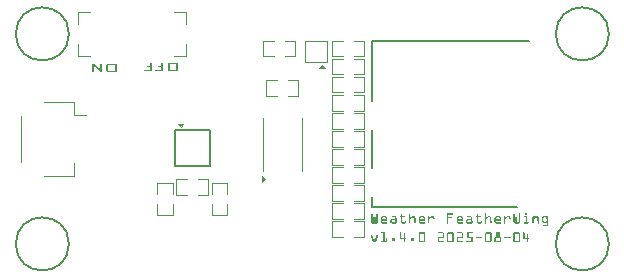
<source format=gbr>
%TF.GenerationSoftware,KiCad,Pcbnew,9.0.3*%
%TF.CreationDate,2025-08-05T15:09:14-04:00*%
%TF.ProjectId,weather-featherwing,77656174-6865-4722-9d66-656174686572,1.4.0*%
%TF.SameCoordinates,Original*%
%TF.FileFunction,Legend,Top*%
%TF.FilePolarity,Positive*%
%FSLAX46Y46*%
G04 Gerber Fmt 4.6, Leading zero omitted, Abs format (unit mm)*
G04 Created by KiCad (PCBNEW 9.0.3) date 2025-08-05 15:09:14*
%MOMM*%
%LPD*%
G01*
G04 APERTURE LIST*
%ADD10C,0.120000*%
%ADD11C,0.150000*%
%ADD12C,0.100000*%
%ADD13C,0.200000*%
G04 APERTURE END LIST*
D10*
G36*
X123043914Y-101575153D02*
G01*
X123088848Y-101588040D01*
X123116293Y-101606025D01*
X123134888Y-101632932D01*
X123147988Y-101675920D01*
X123153174Y-101741641D01*
X123153174Y-102122294D01*
X123148011Y-102187156D01*
X123134930Y-102229830D01*
X123116293Y-102256749D01*
X123088830Y-102274834D01*
X123043894Y-102287782D01*
X122974022Y-102292958D01*
X122442183Y-102292958D01*
X122372354Y-102287782D01*
X122327459Y-102274833D01*
X122300034Y-102256749D01*
X122281363Y-102229824D01*
X122268262Y-102187150D01*
X122266416Y-102163998D01*
X122430582Y-102163998D01*
X122985013Y-102163998D01*
X122985013Y-101706775D01*
X122430582Y-101706775D01*
X122430582Y-102163998D01*
X122266416Y-102163998D01*
X122263092Y-102122294D01*
X122263092Y-101741641D01*
X122268285Y-101675927D01*
X122281405Y-101632938D01*
X122300034Y-101606025D01*
X122327442Y-101588041D01*
X122372333Y-101575154D01*
X122442183Y-101570000D01*
X122974022Y-101570000D01*
X123043914Y-101575153D01*
G37*
G36*
X121910466Y-101570000D02*
G01*
X121910466Y-102292958D01*
X121795611Y-102292958D01*
X121287036Y-101866816D01*
X121241241Y-101826821D01*
X121204971Y-101788169D01*
X121210466Y-101874326D01*
X121211810Y-101913344D01*
X121211810Y-102292958D01*
X121060745Y-102292958D01*
X121060745Y-101570000D01*
X121175601Y-101570000D01*
X121706035Y-102016659D01*
X121739557Y-102047433D01*
X121766180Y-102075460D01*
X121761051Y-102012140D01*
X121759341Y-101960544D01*
X121759341Y-101570000D01*
X121910466Y-101570000D01*
G37*
D11*
G36*
X145019115Y-114589088D02*
G01*
X145019115Y-114952100D01*
X145050091Y-115004075D01*
X145093423Y-115004075D01*
X145125734Y-114950882D01*
X145125734Y-114308099D01*
X145129976Y-114286328D01*
X145142846Y-114267551D01*
X145161623Y-114254682D01*
X145183393Y-114250439D01*
X145204632Y-114254591D01*
X145223012Y-114267203D01*
X145235631Y-114285568D01*
X145239777Y-114306706D01*
X145239777Y-114967762D01*
X145236932Y-114981360D01*
X145225855Y-115003089D01*
X145175272Y-115086678D01*
X145162526Y-115102807D01*
X145146565Y-115112184D01*
X145126314Y-115115450D01*
X145023756Y-115115450D01*
X144993245Y-115110582D01*
X144973447Y-115097550D01*
X144961398Y-115076004D01*
X144948826Y-115097852D01*
X144929708Y-115110754D01*
X144901766Y-115115450D01*
X144805705Y-115115450D01*
X144779091Y-115111691D01*
X144759222Y-115101258D01*
X144744391Y-115084067D01*
X144697695Y-115005641D01*
X144687337Y-114984109D01*
X144684411Y-114967762D01*
X144684411Y-114308041D01*
X144688656Y-114286280D01*
X144701523Y-114267551D01*
X144720300Y-114254682D01*
X144742071Y-114250439D01*
X144762724Y-114254648D01*
X144780762Y-114267551D01*
X144793086Y-114286275D01*
X144797178Y-114308099D01*
X144797178Y-114953492D01*
X144828154Y-115004075D01*
X144872820Y-115004075D01*
X144906406Y-114950766D01*
X144906406Y-114589088D01*
X144910524Y-114567274D01*
X144922823Y-114549063D01*
X144941030Y-114536716D01*
X144962790Y-114532588D01*
X144984490Y-114536715D01*
X145002641Y-114549063D01*
X145014985Y-114567278D01*
X145019115Y-114589088D01*
G37*
G36*
X145882582Y-114489451D02*
G01*
X145918992Y-114505194D01*
X145955649Y-114533168D01*
X145996545Y-114572324D01*
X146020532Y-114602067D01*
X146035724Y-114641124D01*
X146041269Y-114692400D01*
X146041269Y-114824889D01*
X146037118Y-114846197D01*
X146024504Y-114864682D01*
X146006115Y-114877386D01*
X145984885Y-114881563D01*
X145601280Y-114881563D01*
X145601280Y-114911611D01*
X145606953Y-114936342D01*
X145624600Y-114957611D01*
X145656388Y-114984294D01*
X145682264Y-114999574D01*
X145704534Y-115004075D01*
X145984885Y-115004075D01*
X146006164Y-115008113D01*
X146024504Y-115020317D01*
X146037079Y-115038275D01*
X146041269Y-115059762D01*
X146037046Y-115080734D01*
X146024156Y-115098917D01*
X146005602Y-115111392D01*
X145984885Y-115115450D01*
X145697399Y-115115450D01*
X145668406Y-115112541D01*
X145636723Y-115103326D01*
X145607469Y-115089999D01*
X145589737Y-115077919D01*
X145541068Y-115035051D01*
X145520492Y-115013671D01*
X145502667Y-114983714D01*
X145490832Y-114951064D01*
X145487237Y-114923096D01*
X145487237Y-114683930D01*
X145602615Y-114683930D01*
X145602615Y-114766475D01*
X145929836Y-114766475D01*
X145929836Y-114692342D01*
X145925041Y-114665551D01*
X145911680Y-114646980D01*
X145879833Y-114619078D01*
X145855646Y-114603691D01*
X145836966Y-114599413D01*
X145700068Y-114599413D01*
X145676719Y-114603600D01*
X145655170Y-114616467D01*
X145623323Y-114643151D01*
X145607741Y-114661306D01*
X145602615Y-114683930D01*
X145487237Y-114683930D01*
X145487237Y-114672793D01*
X145490761Y-114649561D01*
X145503944Y-114614147D01*
X145523486Y-114580694D01*
X145546347Y-114556894D01*
X145591767Y-114521161D01*
X145623514Y-114500471D01*
X145656738Y-114488376D01*
X145692236Y-114484326D01*
X145845377Y-114484326D01*
X145882582Y-114489451D01*
G37*
G36*
X146707355Y-114489724D02*
G01*
X146745736Y-114505540D01*
X146780286Y-114532298D01*
X146807346Y-114566738D01*
X146823953Y-114605511D01*
X146830521Y-114649938D01*
X146844095Y-115058950D01*
X146839902Y-115080737D01*
X146827331Y-115098975D01*
X146808980Y-115111363D01*
X146787769Y-115115450D01*
X146765433Y-115111239D01*
X146746874Y-115098685D01*
X146734150Y-115080566D01*
X146730110Y-115061212D01*
X146640314Y-115115450D01*
X146455501Y-115115450D01*
X146411138Y-115109964D01*
X146372212Y-115093926D01*
X146337340Y-115066839D01*
X146310288Y-115031971D01*
X146294267Y-114993045D01*
X146288787Y-114948677D01*
X146288787Y-114886203D01*
X146402831Y-114886203D01*
X146402831Y-114947459D01*
X146406708Y-114967367D01*
X146418493Y-114984642D01*
X146435668Y-114996471D01*
X146455501Y-115000362D01*
X146608758Y-115000362D01*
X146726107Y-114930695D01*
X146722917Y-114885855D01*
X146718619Y-114865039D01*
X146707255Y-114848324D01*
X146690572Y-114837089D01*
X146670246Y-114833300D01*
X146455501Y-114833300D01*
X146435147Y-114837167D01*
X146418145Y-114848730D01*
X146406673Y-114865780D01*
X146402831Y-114886203D01*
X146288787Y-114886203D01*
X146288787Y-114884985D01*
X146294277Y-114841053D01*
X146310383Y-114802230D01*
X146337688Y-114767171D01*
X146372751Y-114739832D01*
X146411574Y-114723708D01*
X146455501Y-114718213D01*
X146668970Y-114718213D01*
X146717696Y-114725696D01*
X146716478Y-114649416D01*
X146712615Y-114628658D01*
X146701106Y-114611363D01*
X146684133Y-114599620D01*
X146663807Y-114595701D01*
X146456778Y-114595701D01*
X146435521Y-114591599D01*
X146417158Y-114579169D01*
X146404537Y-114560973D01*
X146400394Y-114540013D01*
X146404503Y-114518538D01*
X146416810Y-114500568D01*
X146435000Y-114488403D01*
X146456778Y-114484326D01*
X146663807Y-114484326D01*
X146707355Y-114489724D01*
G37*
G36*
X147478931Y-115115450D02*
G01*
X147369934Y-115115450D01*
X147326405Y-115109996D01*
X147287664Y-115093947D01*
X147252411Y-115066665D01*
X147224915Y-115031628D01*
X147208729Y-114992938D01*
X147203220Y-114949258D01*
X147203220Y-114595701D01*
X147149273Y-114595701D01*
X147127468Y-114591701D01*
X147109306Y-114579807D01*
X147097042Y-114562027D01*
X147092890Y-114540013D01*
X147096999Y-114518538D01*
X147109306Y-114500568D01*
X147127495Y-114488403D01*
X147149273Y-114484326D01*
X147204555Y-114484326D01*
X147204555Y-114351662D01*
X147208670Y-114329838D01*
X147220971Y-114311579D01*
X147239187Y-114299142D01*
X147260938Y-114294989D01*
X147281619Y-114299123D01*
X147300151Y-114311869D01*
X147313038Y-114330381D01*
X147317264Y-114351662D01*
X147317264Y-114484326D01*
X147534734Y-114484326D01*
X147555986Y-114488440D01*
X147574354Y-114500916D01*
X147586973Y-114519064D01*
X147591118Y-114540013D01*
X147586930Y-114561511D01*
X147574354Y-114579517D01*
X147556017Y-114591675D01*
X147534734Y-114595701D01*
X147315987Y-114595701D01*
X147315987Y-114950882D01*
X147319943Y-114970872D01*
X147331997Y-114988239D01*
X147349552Y-115000143D01*
X147369934Y-115004075D01*
X147476379Y-115004075D01*
X147501117Y-114999032D01*
X147519453Y-114984354D01*
X147532762Y-114957669D01*
X147546079Y-114931000D01*
X147564468Y-114916313D01*
X147589320Y-114911262D01*
X147612076Y-114915418D01*
X147629867Y-114927505D01*
X147641621Y-114945602D01*
X147645645Y-114968226D01*
X147640935Y-114999488D01*
X147626039Y-115031898D01*
X147598717Y-115066549D01*
X147564787Y-115093577D01*
X147525415Y-115109813D01*
X147478931Y-115115450D01*
G37*
G36*
X147895716Y-115059066D02*
G01*
X147895716Y-114305546D01*
X147899813Y-114284391D01*
X147912132Y-114266565D01*
X147930313Y-114254490D01*
X147952100Y-114250439D01*
X147973849Y-114254568D01*
X147992009Y-114266913D01*
X148004353Y-114285129D01*
X148008483Y-114306939D01*
X148008483Y-114579227D01*
X148093174Y-114522959D01*
X148134695Y-114500219D01*
X148170084Y-114488044D01*
X148200662Y-114484326D01*
X148268125Y-114484326D01*
X148311240Y-114489733D01*
X148349537Y-114505633D01*
X148384315Y-114532646D01*
X148411598Y-114567306D01*
X148428272Y-114605979D01*
X148434839Y-114649938D01*
X148448471Y-115058950D01*
X148444756Y-115080738D01*
X148432345Y-115098975D01*
X148413906Y-115111334D01*
X148392146Y-115115450D01*
X148370447Y-115111170D01*
X148352468Y-115098337D01*
X148340195Y-115079772D01*
X148335762Y-115059008D01*
X148322130Y-114648546D01*
X148317764Y-114628701D01*
X148305772Y-114611479D01*
X148288511Y-114599631D01*
X148268183Y-114595701D01*
X148207159Y-114595701D01*
X148187027Y-114599357D01*
X148162783Y-114611827D01*
X148008483Y-114713630D01*
X148008483Y-115059124D01*
X148004358Y-115080834D01*
X147992009Y-115099033D01*
X147973854Y-115111333D01*
X147952100Y-115115450D01*
X147930335Y-115111335D01*
X147912132Y-115099033D01*
X147899831Y-115080830D01*
X147895716Y-115059066D01*
G37*
G36*
X149093887Y-114489451D02*
G01*
X149130297Y-114505194D01*
X149166954Y-114533168D01*
X149207850Y-114572324D01*
X149231837Y-114602067D01*
X149247029Y-114641124D01*
X149252574Y-114692400D01*
X149252574Y-114824889D01*
X149248423Y-114846197D01*
X149235809Y-114864682D01*
X149217420Y-114877386D01*
X149196190Y-114881563D01*
X148812585Y-114881563D01*
X148812585Y-114911611D01*
X148818258Y-114936342D01*
X148835904Y-114957611D01*
X148867693Y-114984294D01*
X148893569Y-114999574D01*
X148915839Y-115004075D01*
X149196190Y-115004075D01*
X149217469Y-115008113D01*
X149235809Y-115020317D01*
X149248384Y-115038275D01*
X149252574Y-115059762D01*
X149248351Y-115080734D01*
X149235461Y-115098917D01*
X149216907Y-115111392D01*
X149196190Y-115115450D01*
X148908704Y-115115450D01*
X148879711Y-115112541D01*
X148848028Y-115103326D01*
X148818774Y-115089999D01*
X148801042Y-115077919D01*
X148752373Y-115035051D01*
X148731797Y-115013671D01*
X148713972Y-114983714D01*
X148702137Y-114951064D01*
X148698542Y-114923096D01*
X148698542Y-114683930D01*
X148813920Y-114683930D01*
X148813920Y-114766475D01*
X149141141Y-114766475D01*
X149141141Y-114692342D01*
X149136346Y-114665551D01*
X149122984Y-114646980D01*
X149091138Y-114619078D01*
X149066951Y-114603691D01*
X149048271Y-114599413D01*
X148911372Y-114599413D01*
X148888024Y-114603600D01*
X148866475Y-114616467D01*
X148834628Y-114643151D01*
X148819046Y-114661306D01*
X148813920Y-114683930D01*
X148698542Y-114683930D01*
X148698542Y-114672793D01*
X148702066Y-114649561D01*
X148715249Y-114614147D01*
X148734791Y-114580694D01*
X148757652Y-114556894D01*
X148803072Y-114521161D01*
X148834819Y-114500471D01*
X148868043Y-114488376D01*
X148903541Y-114484326D01*
X149056682Y-114484326D01*
X149093887Y-114489451D01*
G37*
G36*
X149502703Y-115059066D02*
G01*
X149502703Y-114541986D01*
X149506799Y-114520122D01*
X149519119Y-114501438D01*
X149537337Y-114488596D01*
X149559086Y-114484326D01*
X149580777Y-114488478D01*
X149598937Y-114500916D01*
X149611272Y-114519268D01*
X149615412Y-114541348D01*
X149615412Y-114604692D01*
X149701263Y-114531486D01*
X149740293Y-114504058D01*
X149776230Y-114489056D01*
X149810201Y-114484326D01*
X149890020Y-114484326D01*
X149933499Y-114489776D01*
X149971980Y-114505780D01*
X150006789Y-114532936D01*
X150033944Y-114567783D01*
X150049949Y-114606302D01*
X150055400Y-114649822D01*
X150055400Y-114679058D01*
X150051255Y-114701426D01*
X150038926Y-114720011D01*
X150020752Y-114732586D01*
X149999074Y-114736775D01*
X149977324Y-114732623D01*
X149959107Y-114720185D01*
X149946810Y-114701806D01*
X149942691Y-114679812D01*
X149942691Y-114648952D01*
X149938830Y-114628373D01*
X149927319Y-114611247D01*
X149910355Y-114599595D01*
X149890020Y-114595701D01*
X149819309Y-114595701D01*
X149797567Y-114600870D01*
X149769886Y-114619426D01*
X149615412Y-114754352D01*
X149615412Y-115058892D01*
X149611220Y-115080689D01*
X149598647Y-115098975D01*
X149580297Y-115111363D01*
X149559086Y-115115450D01*
X149537322Y-115111335D01*
X149519119Y-115099033D01*
X149506817Y-115080830D01*
X149502703Y-115059066D01*
G37*
G36*
X151108355Y-115059182D02*
G01*
X151108355Y-114250439D01*
X151604669Y-114250439D01*
X151625355Y-114254583D01*
X151643940Y-114267377D01*
X151656823Y-114285953D01*
X151661052Y-114307345D01*
X151656880Y-114329371D01*
X151644288Y-114348298D01*
X151625911Y-114361271D01*
X151604669Y-114365526D01*
X151221064Y-114365526D01*
X151221064Y-114532588D01*
X151495672Y-114532588D01*
X151517440Y-114536667D01*
X151535582Y-114548831D01*
X151547934Y-114566805D01*
X151552056Y-114588276D01*
X151547934Y-114609746D01*
X151535582Y-114627721D01*
X151517440Y-114639885D01*
X151495672Y-114643963D01*
X151221064Y-114643963D01*
X151221064Y-115059124D01*
X151216939Y-115080834D01*
X151204590Y-115099033D01*
X151186443Y-115111336D01*
X151164739Y-115115450D01*
X151142974Y-115111335D01*
X151124771Y-115099033D01*
X151112469Y-115080887D01*
X151108355Y-115059182D01*
G37*
G36*
X152305192Y-114489451D02*
G01*
X152341602Y-114505194D01*
X152378259Y-114533168D01*
X152419155Y-114572324D01*
X152443142Y-114602067D01*
X152458334Y-114641124D01*
X152463879Y-114692400D01*
X152463879Y-114824889D01*
X152459728Y-114846197D01*
X152447114Y-114864682D01*
X152428725Y-114877386D01*
X152407495Y-114881563D01*
X152023890Y-114881563D01*
X152023890Y-114911611D01*
X152029563Y-114936342D01*
X152047209Y-114957611D01*
X152078998Y-114984294D01*
X152104874Y-114999574D01*
X152127144Y-115004075D01*
X152407495Y-115004075D01*
X152428774Y-115008113D01*
X152447114Y-115020317D01*
X152459689Y-115038275D01*
X152463879Y-115059762D01*
X152459656Y-115080734D01*
X152446766Y-115098917D01*
X152428212Y-115111392D01*
X152407495Y-115115450D01*
X152120009Y-115115450D01*
X152091016Y-115112541D01*
X152059333Y-115103326D01*
X152030079Y-115089999D01*
X152012347Y-115077919D01*
X151963678Y-115035051D01*
X151943102Y-115013671D01*
X151925277Y-114983714D01*
X151913442Y-114951064D01*
X151909847Y-114923096D01*
X151909847Y-114683930D01*
X152025225Y-114683930D01*
X152025225Y-114766475D01*
X152352446Y-114766475D01*
X152352446Y-114692342D01*
X152347651Y-114665551D01*
X152334289Y-114646980D01*
X152302443Y-114619078D01*
X152278256Y-114603691D01*
X152259576Y-114599413D01*
X152122677Y-114599413D01*
X152099329Y-114603600D01*
X152077779Y-114616467D01*
X152045933Y-114643151D01*
X152030351Y-114661306D01*
X152025225Y-114683930D01*
X151909847Y-114683930D01*
X151909847Y-114672793D01*
X151913371Y-114649561D01*
X151926553Y-114614147D01*
X151946096Y-114580694D01*
X151968957Y-114556894D01*
X152014377Y-114521161D01*
X152046124Y-114500471D01*
X152079348Y-114488376D01*
X152114846Y-114484326D01*
X152267987Y-114484326D01*
X152305192Y-114489451D01*
G37*
G36*
X153129965Y-114489724D02*
G01*
X153168346Y-114505540D01*
X153202896Y-114532298D01*
X153229956Y-114566738D01*
X153246563Y-114605511D01*
X153253131Y-114649938D01*
X153266705Y-115058950D01*
X153262512Y-115080737D01*
X153249941Y-115098975D01*
X153231590Y-115111363D01*
X153210379Y-115115450D01*
X153188043Y-115111239D01*
X153169484Y-115098685D01*
X153156760Y-115080566D01*
X153152720Y-115061212D01*
X153062924Y-115115450D01*
X152878111Y-115115450D01*
X152833748Y-115109964D01*
X152794822Y-115093926D01*
X152759950Y-115066839D01*
X152732898Y-115031971D01*
X152716877Y-114993045D01*
X152711397Y-114948677D01*
X152711397Y-114886203D01*
X152825440Y-114886203D01*
X152825440Y-114947459D01*
X152829318Y-114967367D01*
X152841102Y-114984642D01*
X152858278Y-114996471D01*
X152878111Y-115000362D01*
X153031368Y-115000362D01*
X153148717Y-114930695D01*
X153145527Y-114885855D01*
X153141229Y-114865039D01*
X153129865Y-114848324D01*
X153113182Y-114837089D01*
X153092856Y-114833300D01*
X152878111Y-114833300D01*
X152857757Y-114837167D01*
X152840754Y-114848730D01*
X152829283Y-114865780D01*
X152825440Y-114886203D01*
X152711397Y-114886203D01*
X152711397Y-114884985D01*
X152716887Y-114841053D01*
X152732993Y-114802230D01*
X152760298Y-114767171D01*
X152795361Y-114739832D01*
X152834184Y-114723708D01*
X152878111Y-114718213D01*
X153091580Y-114718213D01*
X153140306Y-114725696D01*
X153139088Y-114649416D01*
X153135225Y-114628658D01*
X153123716Y-114611363D01*
X153106743Y-114599620D01*
X153086417Y-114595701D01*
X152879388Y-114595701D01*
X152858131Y-114591599D01*
X152839768Y-114579169D01*
X152827147Y-114560973D01*
X152823004Y-114540013D01*
X152827113Y-114518538D01*
X152839420Y-114500568D01*
X152857610Y-114488403D01*
X152879388Y-114484326D01*
X153086417Y-114484326D01*
X153129965Y-114489724D01*
G37*
G36*
X153901541Y-115115450D02*
G01*
X153792544Y-115115450D01*
X153749015Y-115109996D01*
X153710274Y-115093947D01*
X153675021Y-115066665D01*
X153647525Y-115031628D01*
X153631339Y-114992938D01*
X153625830Y-114949258D01*
X153625830Y-114595701D01*
X153571883Y-114595701D01*
X153550078Y-114591701D01*
X153531916Y-114579807D01*
X153519652Y-114562027D01*
X153515500Y-114540013D01*
X153519609Y-114518538D01*
X153531916Y-114500568D01*
X153550105Y-114488403D01*
X153571883Y-114484326D01*
X153627165Y-114484326D01*
X153627165Y-114351662D01*
X153631280Y-114329838D01*
X153643581Y-114311579D01*
X153661797Y-114299142D01*
X153683548Y-114294989D01*
X153704229Y-114299123D01*
X153722761Y-114311869D01*
X153735648Y-114330381D01*
X153739873Y-114351662D01*
X153739873Y-114484326D01*
X153957344Y-114484326D01*
X153978596Y-114488440D01*
X153996963Y-114500916D01*
X154009583Y-114519064D01*
X154013728Y-114540013D01*
X154009540Y-114561511D01*
X153996963Y-114579517D01*
X153978627Y-114591675D01*
X153957344Y-114595701D01*
X153738597Y-114595701D01*
X153738597Y-114950882D01*
X153742553Y-114970872D01*
X153754607Y-114988239D01*
X153772162Y-115000143D01*
X153792544Y-115004075D01*
X153898988Y-115004075D01*
X153923727Y-114999032D01*
X153942063Y-114984354D01*
X153955372Y-114957669D01*
X153968689Y-114931000D01*
X153987077Y-114916313D01*
X154011929Y-114911262D01*
X154034686Y-114915418D01*
X154052477Y-114927505D01*
X154064231Y-114945602D01*
X154068255Y-114968226D01*
X154063545Y-114999488D01*
X154048649Y-115031898D01*
X154021327Y-115066549D01*
X153987397Y-115093577D01*
X153948025Y-115109813D01*
X153901541Y-115115450D01*
G37*
G36*
X154318326Y-115059066D02*
G01*
X154318326Y-114305546D01*
X154322423Y-114284391D01*
X154334742Y-114266565D01*
X154352922Y-114254490D01*
X154374709Y-114250439D01*
X154396459Y-114254568D01*
X154414619Y-114266913D01*
X154426963Y-114285129D01*
X154431093Y-114306939D01*
X154431093Y-114579227D01*
X154515784Y-114522959D01*
X154557305Y-114500219D01*
X154592694Y-114488044D01*
X154623272Y-114484326D01*
X154690735Y-114484326D01*
X154733850Y-114489733D01*
X154772147Y-114505633D01*
X154806925Y-114532646D01*
X154834208Y-114567306D01*
X154850882Y-114605979D01*
X154857449Y-114649938D01*
X154871081Y-115058950D01*
X154867366Y-115080738D01*
X154854955Y-115098975D01*
X154836515Y-115111334D01*
X154814756Y-115115450D01*
X154793057Y-115111170D01*
X154775078Y-115098337D01*
X154762805Y-115079772D01*
X154758372Y-115059008D01*
X154744740Y-114648546D01*
X154740374Y-114628701D01*
X154728382Y-114611479D01*
X154711120Y-114599631D01*
X154690793Y-114595701D01*
X154629769Y-114595701D01*
X154609637Y-114599357D01*
X154585393Y-114611827D01*
X154431093Y-114713630D01*
X154431093Y-115059124D01*
X154426968Y-115080834D01*
X154414619Y-115099033D01*
X154396464Y-115111333D01*
X154374709Y-115115450D01*
X154352945Y-115111335D01*
X154334742Y-115099033D01*
X154322441Y-115080830D01*
X154318326Y-115059066D01*
G37*
G36*
X155516497Y-114489451D02*
G01*
X155552907Y-114505194D01*
X155589564Y-114533168D01*
X155630460Y-114572324D01*
X155654447Y-114602067D01*
X155669639Y-114641124D01*
X155675184Y-114692400D01*
X155675184Y-114824889D01*
X155671033Y-114846197D01*
X155658419Y-114864682D01*
X155640030Y-114877386D01*
X155618800Y-114881563D01*
X155235195Y-114881563D01*
X155235195Y-114911611D01*
X155240868Y-114936342D01*
X155258514Y-114957611D01*
X155290303Y-114984294D01*
X155316179Y-114999574D01*
X155338449Y-115004075D01*
X155618800Y-115004075D01*
X155640079Y-115008113D01*
X155658419Y-115020317D01*
X155670994Y-115038275D01*
X155675184Y-115059762D01*
X155670961Y-115080734D01*
X155658071Y-115098917D01*
X155639517Y-115111392D01*
X155618800Y-115115450D01*
X155331314Y-115115450D01*
X155302321Y-115112541D01*
X155270638Y-115103326D01*
X155241384Y-115089999D01*
X155223652Y-115077919D01*
X155174983Y-115035051D01*
X155154407Y-115013671D01*
X155136582Y-114983714D01*
X155124747Y-114951064D01*
X155121152Y-114923096D01*
X155121152Y-114683930D01*
X155236529Y-114683930D01*
X155236529Y-114766475D01*
X155563751Y-114766475D01*
X155563751Y-114692342D01*
X155558955Y-114665551D01*
X155545594Y-114646980D01*
X155513748Y-114619078D01*
X155489561Y-114603691D01*
X155470880Y-114599413D01*
X155333982Y-114599413D01*
X155310634Y-114603600D01*
X155289084Y-114616467D01*
X155257238Y-114643151D01*
X155241656Y-114661306D01*
X155236529Y-114683930D01*
X155121152Y-114683930D01*
X155121152Y-114672793D01*
X155124676Y-114649561D01*
X155137858Y-114614147D01*
X155157401Y-114580694D01*
X155180262Y-114556894D01*
X155225682Y-114521161D01*
X155257429Y-114500471D01*
X155290653Y-114488376D01*
X155326151Y-114484326D01*
X155479292Y-114484326D01*
X155516497Y-114489451D01*
G37*
G36*
X155925313Y-115059066D02*
G01*
X155925313Y-114541986D01*
X155929409Y-114520122D01*
X155941729Y-114501438D01*
X155959946Y-114488596D01*
X155981696Y-114484326D01*
X156003387Y-114488478D01*
X156021547Y-114500916D01*
X156033882Y-114519268D01*
X156038022Y-114541348D01*
X156038022Y-114604692D01*
X156123873Y-114531486D01*
X156162903Y-114504058D01*
X156198840Y-114489056D01*
X156232811Y-114484326D01*
X156312630Y-114484326D01*
X156356109Y-114489776D01*
X156394590Y-114505780D01*
X156429399Y-114532936D01*
X156456554Y-114567783D01*
X156472559Y-114606302D01*
X156478010Y-114649822D01*
X156478010Y-114679058D01*
X156473865Y-114701426D01*
X156461536Y-114720011D01*
X156443362Y-114732586D01*
X156421684Y-114736775D01*
X156399934Y-114732623D01*
X156381717Y-114720185D01*
X156369420Y-114701806D01*
X156365301Y-114679812D01*
X156365301Y-114648952D01*
X156361440Y-114628373D01*
X156349929Y-114611247D01*
X156332965Y-114599595D01*
X156312630Y-114595701D01*
X156241919Y-114595701D01*
X156220177Y-114600870D01*
X156192496Y-114619426D01*
X156038022Y-114754352D01*
X156038022Y-115058892D01*
X156033830Y-115080689D01*
X156021257Y-115098975D01*
X156002907Y-115111363D01*
X155981696Y-115115450D01*
X155959932Y-115111335D01*
X155941729Y-115099033D01*
X155929427Y-115080830D01*
X155925313Y-115059066D01*
G37*
G36*
X157061509Y-114589088D02*
G01*
X157061509Y-114952100D01*
X157092485Y-115004075D01*
X157135817Y-115004075D01*
X157168127Y-114950882D01*
X157168127Y-114308099D01*
X157172370Y-114286328D01*
X157185239Y-114267551D01*
X157204016Y-114254682D01*
X157225787Y-114250439D01*
X157247025Y-114254591D01*
X157265406Y-114267203D01*
X157278024Y-114285568D01*
X157282170Y-114306706D01*
X157282170Y-114967762D01*
X157279326Y-114981360D01*
X157268248Y-115003089D01*
X157217666Y-115086678D01*
X157204920Y-115102807D01*
X157188959Y-115112184D01*
X157168707Y-115115450D01*
X157066150Y-115115450D01*
X157035638Y-115110582D01*
X157015841Y-115097550D01*
X157003791Y-115076004D01*
X156991220Y-115097852D01*
X156972102Y-115110754D01*
X156944159Y-115115450D01*
X156848099Y-115115450D01*
X156821484Y-115111691D01*
X156801616Y-115101258D01*
X156786785Y-115084067D01*
X156740088Y-115005641D01*
X156729731Y-114984109D01*
X156726805Y-114967762D01*
X156726805Y-114308041D01*
X156731049Y-114286280D01*
X156743917Y-114267551D01*
X156762694Y-114254682D01*
X156784464Y-114250439D01*
X156805117Y-114254648D01*
X156823155Y-114267551D01*
X156835480Y-114286275D01*
X156839572Y-114308099D01*
X156839572Y-114953492D01*
X156870548Y-115004075D01*
X156915214Y-115004075D01*
X156948800Y-114950766D01*
X156948800Y-114589088D01*
X156952917Y-114567274D01*
X156965216Y-114549063D01*
X156983424Y-114536716D01*
X157005184Y-114532588D01*
X157026883Y-114536715D01*
X157045035Y-114549063D01*
X157057379Y-114567278D01*
X157061509Y-114589088D01*
G37*
G36*
X157750872Y-114202177D02*
G01*
X157807952Y-114202177D01*
X157829711Y-114206281D01*
X157847861Y-114218535D01*
X157860210Y-114236574D01*
X157864335Y-114258154D01*
X157864335Y-114304560D01*
X157860245Y-114326264D01*
X157847919Y-114344876D01*
X157829715Y-114357581D01*
X157807952Y-114361814D01*
X157749596Y-114361814D01*
X157727316Y-114357463D01*
X157708991Y-114344469D01*
X157696725Y-114325844D01*
X157693213Y-114305778D01*
X157694489Y-114258154D01*
X157698601Y-114236569D01*
X157710905Y-114218535D01*
X157729103Y-114206279D01*
X157750872Y-114202177D01*
G37*
G36*
X157972810Y-115115450D02*
G01*
X157640542Y-115115450D01*
X157618764Y-115111373D01*
X157600574Y-115099207D01*
X157588267Y-115081237D01*
X157584158Y-115059762D01*
X157588228Y-115038786D01*
X157600574Y-115020665D01*
X157618791Y-115008227D01*
X157640542Y-115004075D01*
X157750292Y-115004075D01*
X157750292Y-114599413D01*
X157641876Y-114599413D01*
X157620112Y-114595180D01*
X157601908Y-114582475D01*
X157589571Y-114563952D01*
X157585492Y-114542508D01*
X157589591Y-114520465D01*
X157601908Y-114501612D01*
X157620140Y-114488634D01*
X157641876Y-114484326D01*
X157807952Y-114484326D01*
X157829697Y-114488609D01*
X157847919Y-114501496D01*
X157860238Y-114520292D01*
X157864335Y-114542276D01*
X157864335Y-115004075D01*
X157971533Y-115004075D01*
X157993370Y-115008128D01*
X158012081Y-115020317D01*
X158024929Y-115038302D01*
X158029193Y-115059762D01*
X158025006Y-115081260D01*
X158012429Y-115099265D01*
X157994093Y-115111424D01*
X157972810Y-115115450D01*
G37*
G36*
X158594304Y-114614785D02*
G01*
X158446500Y-114713630D01*
X158446500Y-115059356D01*
X158442355Y-115080435D01*
X158429736Y-115098743D01*
X158411368Y-115111313D01*
X158390175Y-115115450D01*
X158368936Y-115111298D01*
X158350556Y-115098685D01*
X158337943Y-115080305D01*
X158333791Y-115059066D01*
X158333791Y-114541986D01*
X158337887Y-114520122D01*
X158350208Y-114501438D01*
X158368425Y-114488596D01*
X158390175Y-114484326D01*
X158411368Y-114488579D01*
X158429736Y-114501554D01*
X158442329Y-114520425D01*
X158446500Y-114542392D01*
X158446500Y-114575688D01*
X158542967Y-114516636D01*
X158577781Y-114498784D01*
X158615504Y-114488008D01*
X158656894Y-114484326D01*
X158707477Y-114484326D01*
X158749380Y-114489529D01*
X158786813Y-114504854D01*
X158820998Y-114530906D01*
X158847948Y-114564426D01*
X158864665Y-114602283D01*
X158871581Y-114645761D01*
X158886488Y-115059008D01*
X158882842Y-115080293D01*
X158870362Y-115098685D01*
X158851900Y-115111271D01*
X158830163Y-115115450D01*
X158809391Y-115111685D01*
X158791182Y-115100309D01*
X158778618Y-115082809D01*
X158773780Y-115059008D01*
X158757537Y-114651156D01*
X158752878Y-114626034D01*
X158742158Y-114609599D01*
X158725242Y-114599488D01*
X158699704Y-114595701D01*
X158646453Y-114595701D01*
X158622544Y-114600054D01*
X158594304Y-114614785D01*
G37*
G36*
X159464298Y-114489382D02*
G01*
X159503288Y-114504542D01*
X159540699Y-114530674D01*
X159575098Y-114559910D01*
X159573995Y-114542218D01*
X159578151Y-114520356D01*
X159590702Y-114501554D01*
X159609126Y-114488580D01*
X159630379Y-114484326D01*
X159652198Y-114488430D01*
X159670926Y-114500800D01*
X159683768Y-114519018D01*
X159688039Y-114540767D01*
X159688039Y-115153096D01*
X159681834Y-115197519D01*
X159663422Y-115237154D01*
X159631597Y-115273462D01*
X159587453Y-115311805D01*
X159567994Y-115325347D01*
X159539191Y-115338141D01*
X159508380Y-115346680D01*
X159481125Y-115349336D01*
X159244918Y-115349336D01*
X159223122Y-115345311D01*
X159204951Y-115333326D01*
X159192692Y-115315474D01*
X159188534Y-115293301D01*
X159192659Y-115271717D01*
X159204951Y-115253914D01*
X159223117Y-115241975D01*
X159244918Y-115237962D01*
X159481125Y-115237962D01*
X159500851Y-115234172D01*
X159520164Y-115222184D01*
X159557231Y-115190221D01*
X159570819Y-115174213D01*
X159575330Y-115153909D01*
X159575330Y-114991893D01*
X159535353Y-115027120D01*
X159497950Y-115050134D01*
X159462426Y-115063041D01*
X159427932Y-115067187D01*
X159344169Y-115067187D01*
X159302081Y-115062199D01*
X159263075Y-115047332D01*
X159226123Y-115021883D01*
X159185228Y-114985454D01*
X159166908Y-114965371D01*
X159150017Y-114935452D01*
X159138847Y-114902365D01*
X159135283Y-114871005D01*
X159135283Y-114690253D01*
X159135737Y-114685613D01*
X159248050Y-114685613D01*
X159248050Y-114869149D01*
X159252889Y-114889329D01*
X159268875Y-114909754D01*
X159304550Y-114941833D01*
X159321685Y-114952466D01*
X159339006Y-114955812D01*
X159427932Y-114955812D01*
X159446413Y-114951589D01*
X159469524Y-114936612D01*
X159555839Y-114862594D01*
X159570531Y-114843482D01*
X159575330Y-114821003D01*
X159575330Y-114738748D01*
X159569808Y-114712347D01*
X159553229Y-114691007D01*
X159464303Y-114613219D01*
X159443968Y-114600158D01*
X159418825Y-114595701D01*
X159345503Y-114595701D01*
X159323196Y-114600106D01*
X159300605Y-114614263D01*
X159266903Y-114642513D01*
X159252896Y-114660877D01*
X159248050Y-114685613D01*
X159135737Y-114685613D01*
X159138989Y-114652379D01*
X159150017Y-114616700D01*
X159167020Y-114585130D01*
X159185228Y-114564725D01*
X159230010Y-114526382D01*
X159264314Y-114502996D01*
X159301996Y-114489076D01*
X159344169Y-114484326D01*
X159422711Y-114484326D01*
X159464298Y-114489382D01*
G37*
G36*
X145238442Y-116136709D02*
G01*
X145238442Y-116241007D01*
X145049453Y-116671946D01*
X145034449Y-116695220D01*
X145018128Y-116707502D01*
X144999741Y-116711450D01*
X144929668Y-116711450D01*
X144905925Y-116707003D01*
X144887169Y-116693972D01*
X144872182Y-116670670D01*
X144684411Y-116242341D01*
X144684411Y-116136709D01*
X144688523Y-116114995D01*
X144700827Y-116096800D01*
X144719035Y-116084453D01*
X144740795Y-116080326D01*
X144762554Y-116084430D01*
X144780704Y-116096684D01*
X144793052Y-116114779D01*
X144797178Y-116136419D01*
X144797178Y-116219254D01*
X144961456Y-116589923D01*
X145124457Y-116218674D01*
X145124457Y-116136709D01*
X145128650Y-116114982D01*
X145141222Y-116096800D01*
X145159758Y-116084473D01*
X145182117Y-116080326D01*
X145203817Y-116084453D01*
X145221968Y-116096800D01*
X145234313Y-116114960D01*
X145238442Y-116136709D01*
G37*
G36*
X145541068Y-116600075D02*
G01*
X145706622Y-116600075D01*
X145706622Y-115957814D01*
X145543621Y-115957814D01*
X145521843Y-115953737D01*
X145503654Y-115941572D01*
X145491346Y-115923601D01*
X145487237Y-115902126D01*
X145491346Y-115880651D01*
X145503654Y-115862681D01*
X145521843Y-115850516D01*
X145543621Y-115846439D01*
X145819331Y-115846439D01*
X145819331Y-116600075D01*
X145924673Y-116600075D01*
X145924673Y-116374367D01*
X145928750Y-116353102D01*
X145941089Y-116334748D01*
X145959324Y-116322129D01*
X145981057Y-116317925D01*
X146002761Y-116322039D01*
X146020908Y-116334342D01*
X146033255Y-116352493D01*
X146037382Y-116374193D01*
X146037382Y-116655182D01*
X146033255Y-116676882D01*
X146020908Y-116695033D01*
X146002753Y-116707333D01*
X145980999Y-116711450D01*
X145541068Y-116711450D01*
X145519301Y-116707229D01*
X145501101Y-116694569D01*
X145488774Y-116676070D01*
X145484685Y-116654486D01*
X145488778Y-116633570D01*
X145501101Y-116615969D01*
X145519263Y-116604075D01*
X145541068Y-116600075D01*
G37*
G36*
X146511305Y-116362475D02*
G01*
X146621577Y-116362475D01*
X146642834Y-116366577D01*
X146661197Y-116379008D01*
X146673767Y-116397302D01*
X146677961Y-116419149D01*
X146677961Y-116512425D01*
X146673868Y-116534368D01*
X146661545Y-116553205D01*
X146643322Y-116566092D01*
X146621577Y-116570375D01*
X146510029Y-116570375D01*
X146488296Y-116566172D01*
X146470061Y-116553553D01*
X146457723Y-116535086D01*
X146453645Y-116513701D01*
X146453645Y-116419149D01*
X146457839Y-116397302D01*
X146470409Y-116379008D01*
X146488951Y-116366635D01*
X146511305Y-116362475D01*
G37*
G36*
X147450507Y-116655704D02*
G01*
X147450507Y-116433013D01*
X147122126Y-116433013D01*
X147122126Y-115904331D01*
X147126372Y-115882451D01*
X147139238Y-115863609D01*
X147158019Y-115850694D01*
X147179785Y-115846439D01*
X147200993Y-115850678D01*
X147219405Y-115863609D01*
X147231999Y-115882368D01*
X147236169Y-115904215D01*
X147236169Y-116317925D01*
X147450507Y-116317925D01*
X147450507Y-116000623D01*
X147454603Y-115978760D01*
X147466923Y-115960076D01*
X147485141Y-115947234D01*
X147506891Y-115942964D01*
X147528590Y-115947232D01*
X147546800Y-115960076D01*
X147559120Y-115978760D01*
X147563216Y-116000623D01*
X147563216Y-116317925D01*
X147583343Y-116322041D01*
X147601269Y-116334748D01*
X147613604Y-116353260D01*
X147617743Y-116375469D01*
X147613606Y-116397688D01*
X147601269Y-116416248D01*
X147583348Y-116428909D01*
X147563216Y-116433013D01*
X147563216Y-116655936D01*
X147559030Y-116677374D01*
X147546452Y-116695323D01*
X147528128Y-116707439D01*
X147506891Y-116711450D01*
X147485113Y-116707373D01*
X147466923Y-116695207D01*
X147454614Y-116677189D01*
X147450507Y-116655704D01*
G37*
G36*
X148116957Y-116362475D02*
G01*
X148227230Y-116362475D01*
X148248486Y-116366577D01*
X148266849Y-116379008D01*
X148279419Y-116397302D01*
X148283613Y-116419149D01*
X148283613Y-116512425D01*
X148279520Y-116534368D01*
X148267197Y-116553205D01*
X148248975Y-116566092D01*
X148227230Y-116570375D01*
X148115681Y-116570375D01*
X148093949Y-116566172D01*
X148075714Y-116553553D01*
X148063376Y-116535086D01*
X148059298Y-116513701D01*
X148059298Y-116419149D01*
X148063492Y-116397302D01*
X148076062Y-116379008D01*
X148094603Y-116366635D01*
X148116957Y-116362475D01*
G37*
G36*
X149171648Y-115849953D02*
G01*
X149196145Y-115860342D01*
X149218639Y-115878111D01*
X149236211Y-115900776D01*
X149246524Y-115925561D01*
X149250021Y-115953289D01*
X149250021Y-116604599D01*
X149246498Y-116632775D01*
X149236161Y-116657662D01*
X149218639Y-116680125D01*
X149196144Y-116697615D01*
X149171237Y-116707933D01*
X149143055Y-116711450D01*
X148804232Y-116711450D01*
X148775638Y-116707909D01*
X148750629Y-116697571D01*
X148728300Y-116680125D01*
X148710987Y-116657687D01*
X148700756Y-116632798D01*
X148697266Y-116604599D01*
X148697266Y-116600075D01*
X148810033Y-116600075D01*
X149138589Y-116600075D01*
X149138589Y-115961526D01*
X148810033Y-115961526D01*
X148810033Y-116600075D01*
X148697266Y-116600075D01*
X148697266Y-115953289D01*
X148700791Y-115925580D01*
X148711192Y-115900796D01*
X148728938Y-115878111D01*
X148751660Y-115860366D01*
X148776483Y-115849964D01*
X148804232Y-115846439D01*
X149144331Y-115846439D01*
X149171648Y-115849953D01*
G37*
G36*
X150801843Y-116711450D02*
G01*
X150304195Y-116711450D01*
X150304195Y-116333471D01*
X150307857Y-116304061D01*
X150318613Y-116278002D01*
X150336853Y-116254407D01*
X150360318Y-116235934D01*
X150386109Y-116225085D01*
X150415105Y-116221401D01*
X150744241Y-116221401D01*
X150744241Y-115957814D01*
X150356692Y-115957814D01*
X150334424Y-115953698D01*
X150316434Y-115941572D01*
X150304354Y-115923624D01*
X150300308Y-115902126D01*
X150304354Y-115880629D01*
X150316434Y-115862681D01*
X150334424Y-115850555D01*
X150356692Y-115846439D01*
X150746039Y-115846439D01*
X150775482Y-115850113D01*
X150801579Y-115860904D01*
X150825220Y-115879213D01*
X150843685Y-115902718D01*
X150854538Y-115928584D01*
X150858226Y-115957698D01*
X150858226Y-116223953D01*
X150854503Y-116253910D01*
X150843616Y-116280183D01*
X150825220Y-116303714D01*
X150801579Y-116322023D01*
X150775482Y-116332814D01*
X150746039Y-116336488D01*
X150416962Y-116336488D01*
X150416962Y-116600075D01*
X150801843Y-116600075D01*
X150823121Y-116604113D01*
X150841462Y-116616317D01*
X150854037Y-116634275D01*
X150858226Y-116655762D01*
X150854039Y-116677260D01*
X150841462Y-116695265D01*
X150823126Y-116707424D01*
X150801843Y-116711450D01*
G37*
G36*
X151580126Y-115849953D02*
G01*
X151604624Y-115860342D01*
X151627118Y-115878111D01*
X151644690Y-115900776D01*
X151655003Y-115925561D01*
X151658500Y-115953289D01*
X151658500Y-116604599D01*
X151654977Y-116632775D01*
X151644640Y-116657662D01*
X151627118Y-116680125D01*
X151604623Y-116697615D01*
X151579716Y-116707933D01*
X151551534Y-116711450D01*
X151212711Y-116711450D01*
X151184117Y-116707909D01*
X151159108Y-116697571D01*
X151136779Y-116680125D01*
X151119465Y-116657687D01*
X151109235Y-116632798D01*
X151105745Y-116604599D01*
X151105745Y-116600075D01*
X151218512Y-116600075D01*
X151547067Y-116600075D01*
X151547067Y-115961526D01*
X151218512Y-115961526D01*
X151218512Y-116600075D01*
X151105745Y-116600075D01*
X151105745Y-115953289D01*
X151109269Y-115925580D01*
X151119671Y-115900796D01*
X151137417Y-115878111D01*
X151160139Y-115860366D01*
X151184962Y-115849964D01*
X151212711Y-115846439D01*
X151552810Y-115846439D01*
X151580126Y-115849953D01*
G37*
G36*
X152407495Y-116711450D02*
G01*
X151909847Y-116711450D01*
X151909847Y-116333471D01*
X151913510Y-116304061D01*
X151924265Y-116278002D01*
X151942506Y-116254407D01*
X151965971Y-116235934D01*
X151991761Y-116225085D01*
X152020758Y-116221401D01*
X152349893Y-116221401D01*
X152349893Y-115957814D01*
X151962344Y-115957814D01*
X151940077Y-115953698D01*
X151922087Y-115941572D01*
X151910006Y-115923624D01*
X151905961Y-115902126D01*
X151910006Y-115880629D01*
X151922087Y-115862681D01*
X151940077Y-115850555D01*
X151962344Y-115846439D01*
X152351692Y-115846439D01*
X152381135Y-115850113D01*
X152407232Y-115860904D01*
X152430872Y-115879213D01*
X152449338Y-115902718D01*
X152460191Y-115928584D01*
X152463879Y-115957698D01*
X152463879Y-116223953D01*
X152460156Y-116253910D01*
X152449269Y-116280183D01*
X152430872Y-116303714D01*
X152407232Y-116322023D01*
X152381135Y-116332814D01*
X152351692Y-116336488D01*
X152022614Y-116336488D01*
X152022614Y-116600075D01*
X152407495Y-116600075D01*
X152428774Y-116604113D01*
X152447114Y-116616317D01*
X152459689Y-116634275D01*
X152463879Y-116655762D01*
X152459691Y-116677260D01*
X152447114Y-116695265D01*
X152428778Y-116707424D01*
X152407495Y-116711450D01*
G37*
G36*
X152915062Y-116600075D02*
G01*
X153165655Y-116600075D01*
X153165655Y-116332775D01*
X152835998Y-116332775D01*
X152835998Y-115846439D01*
X153222039Y-115846439D01*
X153243291Y-115850553D01*
X153261658Y-115863029D01*
X153274277Y-115881177D01*
X153278422Y-115902126D01*
X153274301Y-115923597D01*
X153261948Y-115941572D01*
X153243807Y-115953735D01*
X153222039Y-115957814D01*
X152950041Y-115957814D01*
X152950041Y-116221401D01*
X153167512Y-116221401D01*
X153196093Y-116225067D01*
X153221780Y-116235912D01*
X153245416Y-116254465D01*
X153263933Y-116278134D01*
X153274761Y-116303860D01*
X153278422Y-116332485D01*
X153278422Y-116600365D01*
X153274765Y-116629421D01*
X153264004Y-116655252D01*
X153245706Y-116678733D01*
X153222297Y-116697030D01*
X153196525Y-116707791D01*
X153167512Y-116711450D01*
X152915062Y-116711450D01*
X152880813Y-116707601D01*
X152842321Y-116695207D01*
X152759950Y-116661099D01*
X152740853Y-116648861D01*
X152729666Y-116631646D01*
X152725667Y-116607790D01*
X152729563Y-116586128D01*
X152741097Y-116568171D01*
X152758301Y-116555887D01*
X152778802Y-116551812D01*
X152795772Y-116554071D01*
X152817203Y-116561790D01*
X152889307Y-116592418D01*
X152902261Y-116598217D01*
X152915062Y-116600075D01*
G37*
G36*
X154069531Y-116274478D02*
G01*
X154069531Y-116322914D01*
X154065433Y-116344957D01*
X154053115Y-116363809D01*
X154034888Y-116376742D01*
X154013148Y-116381038D01*
X153573217Y-116381038D01*
X153551477Y-116376742D01*
X153533250Y-116363809D01*
X153520932Y-116344957D01*
X153516834Y-116322914D01*
X153516834Y-116274478D01*
X153520950Y-116252594D01*
X153533250Y-116234278D01*
X153551467Y-116221841D01*
X153573217Y-116217688D01*
X154013148Y-116217688D01*
X154033372Y-116221565D01*
X154052071Y-116233582D01*
X154065101Y-116251601D01*
X154069531Y-116274478D01*
G37*
G36*
X154791431Y-115849953D02*
G01*
X154815929Y-115860342D01*
X154838423Y-115878111D01*
X154855995Y-115900776D01*
X154866308Y-115925561D01*
X154869805Y-115953289D01*
X154869805Y-116604599D01*
X154866282Y-116632775D01*
X154855945Y-116657662D01*
X154838423Y-116680125D01*
X154815928Y-116697615D01*
X154791020Y-116707933D01*
X154762839Y-116711450D01*
X154424016Y-116711450D01*
X154395422Y-116707909D01*
X154370413Y-116697571D01*
X154348084Y-116680125D01*
X154330770Y-116657687D01*
X154320540Y-116632798D01*
X154317050Y-116604599D01*
X154317050Y-116600075D01*
X154429817Y-116600075D01*
X154758372Y-116600075D01*
X154758372Y-115961526D01*
X154429817Y-115961526D01*
X154429817Y-116600075D01*
X154317050Y-116600075D01*
X154317050Y-115953289D01*
X154320574Y-115925580D01*
X154330976Y-115900796D01*
X154348722Y-115878111D01*
X154371444Y-115860366D01*
X154396267Y-115849964D01*
X154424016Y-115846439D01*
X154764115Y-115846439D01*
X154791431Y-115849953D01*
G37*
G36*
X155528948Y-115850556D02*
G01*
X155547103Y-115862855D01*
X155559450Y-115881007D01*
X155563577Y-115902706D01*
X155563577Y-116221401D01*
X155590999Y-116224923D01*
X155616093Y-116235416D01*
X155639625Y-116253479D01*
X155657995Y-116276545D01*
X155668892Y-116302553D01*
X155672631Y-116332485D01*
X155672631Y-116600365D01*
X155668946Y-116629402D01*
X155658097Y-116655231D01*
X155639625Y-116678733D01*
X155616015Y-116697080D01*
X155590345Y-116707818D01*
X155561779Y-116711450D01*
X155230787Y-116711450D01*
X155201000Y-116707601D01*
X155174810Y-116696310D01*
X155151258Y-116677109D01*
X155132830Y-116652660D01*
X155122164Y-116626903D01*
X155118726Y-116600075D01*
X155232643Y-116600075D01*
X155559864Y-116600075D01*
X155559864Y-116332775D01*
X155232643Y-116332775D01*
X155232643Y-116600075D01*
X155118726Y-116600075D01*
X155118600Y-116599089D01*
X155118600Y-116332485D01*
X155122286Y-116303450D01*
X155133136Y-116277641D01*
X155151606Y-116254175D01*
X155175210Y-116235764D01*
X155200712Y-116225023D01*
X155228930Y-116221401D01*
X155341639Y-116221401D01*
X155450868Y-116221401D01*
X155450868Y-115957814D01*
X155341639Y-115957814D01*
X155341639Y-116221401D01*
X155228930Y-116221401D01*
X155228930Y-115902706D01*
X155232981Y-115880979D01*
X155245057Y-115862855D01*
X155263060Y-115850594D01*
X155285314Y-115846439D01*
X155507193Y-115846439D01*
X155528948Y-115850556D01*
G37*
G36*
X156478010Y-116274478D02*
G01*
X156478010Y-116322914D01*
X156473911Y-116344957D01*
X156461594Y-116363809D01*
X156443367Y-116376742D01*
X156421626Y-116381038D01*
X155981696Y-116381038D01*
X155959956Y-116376742D01*
X155941729Y-116363809D01*
X155929411Y-116344957D01*
X155925313Y-116322914D01*
X155925313Y-116274478D01*
X155929429Y-116252594D01*
X155941729Y-116234278D01*
X155959945Y-116221841D01*
X155981696Y-116217688D01*
X156421626Y-116217688D01*
X156441851Y-116221565D01*
X156460549Y-116233582D01*
X156473579Y-116251601D01*
X156478010Y-116274478D01*
G37*
G36*
X157199910Y-115849953D02*
G01*
X157224408Y-115860342D01*
X157246902Y-115878111D01*
X157264473Y-115900776D01*
X157274787Y-115925561D01*
X157278284Y-115953289D01*
X157278284Y-116604599D01*
X157274760Y-116632775D01*
X157264424Y-116657662D01*
X157246902Y-116680125D01*
X157224407Y-116697615D01*
X157199499Y-116707933D01*
X157171318Y-116711450D01*
X156832495Y-116711450D01*
X156803900Y-116707909D01*
X156778892Y-116697571D01*
X156756563Y-116680125D01*
X156739249Y-116657687D01*
X156729019Y-116632798D01*
X156725529Y-116604599D01*
X156725529Y-116600075D01*
X156838295Y-116600075D01*
X157166851Y-116600075D01*
X157166851Y-115961526D01*
X156838295Y-115961526D01*
X156838295Y-116600075D01*
X156725529Y-116600075D01*
X156725529Y-115953289D01*
X156729053Y-115925580D01*
X156739454Y-115900796D01*
X156757201Y-115878111D01*
X156779922Y-115860366D01*
X156804746Y-115849964D01*
X156832495Y-115846439D01*
X157172594Y-115846439D01*
X157199910Y-115849953D01*
G37*
G36*
X157887248Y-116655704D02*
G01*
X157887248Y-116433013D01*
X157558867Y-116433013D01*
X157558867Y-115904331D01*
X157563113Y-115882451D01*
X157575979Y-115863609D01*
X157594761Y-115850694D01*
X157616526Y-115846439D01*
X157637734Y-115850678D01*
X157656146Y-115863609D01*
X157668740Y-115882368D01*
X157672910Y-115904215D01*
X157672910Y-116317925D01*
X157887248Y-116317925D01*
X157887248Y-116000623D01*
X157891344Y-115978760D01*
X157903664Y-115960076D01*
X157921882Y-115947234D01*
X157943632Y-115942964D01*
X157965331Y-115947232D01*
X157983541Y-115960076D01*
X157995861Y-115978760D01*
X157999957Y-116000623D01*
X157999957Y-116317925D01*
X158020085Y-116322041D01*
X158038010Y-116334748D01*
X158050346Y-116353260D01*
X158054484Y-116375469D01*
X158050347Y-116397688D01*
X158038010Y-116416248D01*
X158020089Y-116428909D01*
X157999957Y-116433013D01*
X157999957Y-116655936D01*
X157995771Y-116677374D01*
X157983193Y-116695323D01*
X157964869Y-116707439D01*
X157943632Y-116711450D01*
X157921854Y-116707373D01*
X157903664Y-116695207D01*
X157891355Y-116677189D01*
X157887248Y-116655704D01*
G37*
D10*
G36*
X128224619Y-101500153D02*
G01*
X128269553Y-101513040D01*
X128296998Y-101531025D01*
X128315593Y-101557932D01*
X128328693Y-101600920D01*
X128333879Y-101666641D01*
X128333879Y-102047294D01*
X128328716Y-102112156D01*
X128315635Y-102154830D01*
X128296998Y-102181749D01*
X128269535Y-102199834D01*
X128224599Y-102212782D01*
X128154727Y-102217958D01*
X127622888Y-102217958D01*
X127553059Y-102212782D01*
X127508164Y-102199833D01*
X127480739Y-102181749D01*
X127462068Y-102154824D01*
X127448967Y-102112150D01*
X127447121Y-102088998D01*
X127611287Y-102088998D01*
X128165718Y-102088998D01*
X128165718Y-101631775D01*
X127611287Y-101631775D01*
X127611287Y-102088998D01*
X127447121Y-102088998D01*
X127443797Y-102047294D01*
X127443797Y-101666641D01*
X127448990Y-101600927D01*
X127462110Y-101557938D01*
X127480739Y-101531025D01*
X127508147Y-101513041D01*
X127553038Y-101500154D01*
X127622888Y-101495000D01*
X128154727Y-101495000D01*
X128224619Y-101500153D01*
G37*
G36*
X127089767Y-101495000D02*
G01*
X127089767Y-102217958D01*
X126358992Y-102217958D01*
X126358992Y-102092906D01*
X126921606Y-102092906D01*
X126921606Y-101901420D01*
X126617401Y-101901420D01*
X126617401Y-101768551D01*
X126921606Y-101768551D01*
X126921606Y-101495000D01*
X127089767Y-101495000D01*
G37*
G36*
X126150897Y-101495000D02*
G01*
X126150897Y-102217958D01*
X125420123Y-102217958D01*
X125420123Y-102092906D01*
X125982736Y-102092906D01*
X125982736Y-101901420D01*
X125678532Y-101901420D01*
X125678532Y-101768551D01*
X125982736Y-101768551D01*
X125982736Y-101495000D01*
X126150897Y-101495000D01*
G37*
%TO.C,D1*%
X139100000Y-101480000D02*
X140900000Y-101480000D01*
X140900000Y-99680000D01*
X139100000Y-99680000D01*
X139100000Y-101480000D01*
D12*
X140750000Y-101955000D02*
X140250000Y-101955000D01*
X140500000Y-101705000D01*
X140750000Y-101955000D01*
G36*
X140750000Y-101955000D02*
G01*
X140250000Y-101955000D01*
X140500000Y-101705000D01*
X140750000Y-101955000D01*
G37*
D10*
%TO.C,R3*%
X141405000Y-110355000D02*
X142302000Y-110355000D01*
X141405000Y-111645000D02*
X141405000Y-110355000D01*
X142302000Y-111645000D02*
X141405000Y-111645000D01*
X143198000Y-111645000D02*
X144095000Y-111645000D01*
X144095000Y-110355000D02*
X143198000Y-110355000D01*
X144095000Y-111645000D02*
X144095000Y-110355000D01*
D11*
%TO.C,H3*%
X164810000Y-99060000D02*
G75*
G02*
X160310000Y-99060000I-2250000J0D01*
G01*
X160310000Y-99060000D02*
G75*
G02*
X164810000Y-99060000I2250000J0D01*
G01*
%TO.C,J3*%
X144750000Y-99680000D02*
X144750000Y-104730000D01*
X144750000Y-107180000D02*
X144750000Y-110430000D01*
X144750000Y-113680000D02*
X144750000Y-112880000D01*
X144750000Y-113680000D02*
X157025000Y-113680000D01*
X158025000Y-99680000D02*
X144750000Y-99680000D01*
D10*
%TO.C,C5*%
X135795000Y-102967000D02*
X136705000Y-102967000D01*
X135795000Y-104297000D02*
X135795000Y-102967000D01*
X136705000Y-104297000D02*
X135795000Y-104297000D01*
X137615000Y-104297000D02*
X138525000Y-104297000D01*
X138525000Y-102967000D02*
X137615000Y-102967000D01*
X138525000Y-104297000D02*
X138525000Y-102967000D01*
%TO.C,C3*%
X128175000Y-111349000D02*
X128175000Y-112679000D01*
X128175000Y-112679000D02*
X129085000Y-112679000D01*
X129085000Y-111349000D02*
X128175000Y-111349000D01*
X129995000Y-111349000D02*
X130905000Y-111349000D01*
X130905000Y-111349000D02*
X130905000Y-112679000D01*
X130905000Y-112679000D02*
X129995000Y-112679000D01*
%TO.C,R6*%
X141405000Y-104255000D02*
X142302000Y-104255000D01*
X141405000Y-105545000D02*
X141405000Y-104255000D01*
X142302000Y-105545000D02*
X141405000Y-105545000D01*
X143198000Y-105545000D02*
X144095000Y-105545000D01*
X144095000Y-104255000D02*
X143198000Y-104255000D01*
X144095000Y-105545000D02*
X144095000Y-104255000D01*
%TO.C,C1*%
X141385000Y-114910000D02*
X142295000Y-114910000D01*
X141385000Y-116240000D02*
X141385000Y-114910000D01*
X142295000Y-116240000D02*
X141385000Y-116240000D01*
X143205000Y-116240000D02*
X144115000Y-116240000D01*
X144115000Y-114910000D02*
X143205000Y-114910000D01*
X144115000Y-116240000D02*
X144115000Y-114910000D01*
D11*
%TO.C,H4*%
X164810000Y-116840000D02*
G75*
G02*
X160310000Y-116840000I-2250000J0D01*
G01*
X160310000Y-116840000D02*
G75*
G02*
X164810000Y-116840000I2250000J0D01*
G01*
D10*
%TO.C,R5*%
X141405000Y-107305000D02*
X142302000Y-107305000D01*
X141405000Y-108595000D02*
X141405000Y-107305000D01*
X142302000Y-108595000D02*
X141405000Y-108595000D01*
X143198000Y-108595000D02*
X144095000Y-108595000D01*
X144095000Y-107305000D02*
X143198000Y-107305000D01*
X144095000Y-108595000D02*
X144095000Y-107305000D01*
%TO.C,SW1*%
X119900000Y-98225000D02*
X119900000Y-97225000D01*
X119900000Y-99925000D02*
X119900000Y-100925000D01*
X120900000Y-97225000D02*
X119900000Y-97225000D01*
X120900000Y-100925000D02*
X119900000Y-100925000D01*
X128000000Y-97225000D02*
X129000000Y-97225000D01*
X128000000Y-100925000D02*
X129000000Y-100925000D01*
X129000000Y-97225000D02*
X129000000Y-98225000D01*
X129000000Y-99925000D02*
X129000000Y-100925000D01*
%TO.C,J4*%
X115045400Y-106010000D02*
X115045400Y-109890000D01*
X117015400Y-104840000D02*
X119515400Y-104840000D01*
X117015400Y-111060000D02*
X119515400Y-111060000D01*
X119515400Y-104840000D02*
X119515400Y-105890000D01*
X119515400Y-105890000D02*
X120505400Y-105890000D01*
X119515400Y-111060000D02*
X119515400Y-110010000D01*
%TO.C,R1*%
X141405000Y-105780000D02*
X142302000Y-105780000D01*
X141405000Y-107070000D02*
X141405000Y-105780000D01*
X142302000Y-107070000D02*
X141405000Y-107070000D01*
X143198000Y-107070000D02*
X144095000Y-107070000D01*
X144095000Y-105780000D02*
X143198000Y-105780000D01*
X144095000Y-107070000D02*
X144095000Y-105780000D01*
%TO.C,U2*%
X135510000Y-110708000D02*
X135510000Y-106208000D01*
X138810000Y-110708000D02*
X138810000Y-106208000D01*
D12*
X135660000Y-111358000D02*
X135410000Y-111608000D01*
X135410000Y-111108000D01*
X135660000Y-111358000D01*
G36*
X135660000Y-111358000D02*
G01*
X135410000Y-111608000D01*
X135410000Y-111108000D01*
X135660000Y-111358000D01*
G37*
D11*
%TO.C,H1*%
X119090000Y-99060000D02*
G75*
G02*
X114590000Y-99060000I-2250000J0D01*
G01*
X114590000Y-99060000D02*
G75*
G02*
X119090000Y-99060000I2250000J0D01*
G01*
D10*
%TO.C,R11*%
X135561000Y-99680000D02*
X136458000Y-99680000D01*
X135561000Y-100970000D02*
X135561000Y-99680000D01*
X136458000Y-100970000D02*
X135561000Y-100970000D01*
X137354000Y-100970000D02*
X138251000Y-100970000D01*
X138251000Y-99680000D02*
X137354000Y-99680000D01*
X138251000Y-100970000D02*
X138251000Y-99680000D01*
%TO.C,C2*%
X141385000Y-113385000D02*
X142295000Y-113385000D01*
X141385000Y-114715000D02*
X141385000Y-113385000D01*
X142295000Y-114715000D02*
X141385000Y-114715000D01*
X143205000Y-114715000D02*
X144115000Y-114715000D01*
X144115000Y-113385000D02*
X143205000Y-113385000D01*
X144115000Y-114715000D02*
X144115000Y-113385000D01*
%TO.C,R7*%
X141405000Y-102730000D02*
X142302000Y-102730000D01*
X141405000Y-104020000D02*
X141405000Y-102730000D01*
X142302000Y-104020000D02*
X141405000Y-104020000D01*
X143198000Y-104020000D02*
X144095000Y-104020000D01*
X144095000Y-102730000D02*
X143198000Y-102730000D01*
X144095000Y-104020000D02*
X144095000Y-102730000D01*
%TO.C,R2*%
X141405000Y-111880000D02*
X142302000Y-111880000D01*
X141405000Y-113170000D02*
X141405000Y-111880000D01*
X142302000Y-113170000D02*
X141405000Y-113170000D01*
X143198000Y-113170000D02*
X144095000Y-113170000D01*
X144095000Y-111880000D02*
X143198000Y-111880000D01*
X144095000Y-113170000D02*
X144095000Y-111880000D01*
%TO.C,U1*%
D13*
X128040000Y-110212000D02*
X131040000Y-110212000D01*
X131040000Y-107212000D01*
X128040000Y-107212000D01*
X128040000Y-110212000D01*
D12*
X128540000Y-106962000D02*
X128290000Y-106712000D01*
X128790000Y-106712000D01*
X128540000Y-106962000D01*
G36*
X128540000Y-106962000D02*
G01*
X128290000Y-106712000D01*
X128790000Y-106712000D01*
X128540000Y-106962000D01*
G37*
D10*
%TO.C,R4*%
X141405000Y-108830000D02*
X142302000Y-108830000D01*
X141405000Y-110120000D02*
X141405000Y-108830000D01*
X142302000Y-110120000D02*
X141405000Y-110120000D01*
X143198000Y-110120000D02*
X144095000Y-110120000D01*
X144095000Y-108830000D02*
X143198000Y-108830000D01*
X144095000Y-110120000D02*
X144095000Y-108830000D01*
%TO.C,C4*%
X126589000Y-111665000D02*
X127919000Y-111665000D01*
X126589000Y-112575000D02*
X126589000Y-111665000D01*
X126589000Y-113485000D02*
X126589000Y-114395000D01*
X126589000Y-114395000D02*
X127919000Y-114395000D01*
X127919000Y-111665000D02*
X127919000Y-112575000D01*
X127919000Y-114395000D02*
X127919000Y-113485000D01*
%TO.C,R8*%
X141405000Y-101205000D02*
X142302000Y-101205000D01*
X141405000Y-102495000D02*
X141405000Y-101205000D01*
X142302000Y-102495000D02*
X141405000Y-102495000D01*
X143198000Y-102495000D02*
X144095000Y-102495000D01*
X144095000Y-101205000D02*
X143198000Y-101205000D01*
X144095000Y-102495000D02*
X144095000Y-101205000D01*
D11*
%TO.C,H2*%
X119090000Y-116840000D02*
G75*
G02*
X114590000Y-116840000I-2250000J0D01*
G01*
X114590000Y-116840000D02*
G75*
G02*
X119090000Y-116840000I2250000J0D01*
G01*
D10*
%TO.C,R10*%
X131181000Y-111685000D02*
X131181000Y-112582000D01*
X131181000Y-114375000D02*
X131181000Y-113478000D01*
X132471000Y-111685000D02*
X131181000Y-111685000D01*
X132471000Y-112582000D02*
X132471000Y-111685000D01*
X132471000Y-113478000D02*
X132471000Y-114375000D01*
X132471000Y-114375000D02*
X131181000Y-114375000D01*
%TO.C,R9*%
X141405000Y-99680000D02*
X142302000Y-99680000D01*
X141405000Y-100970000D02*
X141405000Y-99680000D01*
X142302000Y-100970000D02*
X141405000Y-100970000D01*
X143198000Y-100970000D02*
X144095000Y-100970000D01*
X144095000Y-99680000D02*
X143198000Y-99680000D01*
X144095000Y-100970000D02*
X144095000Y-99680000D01*
%TD*%
M02*

</source>
